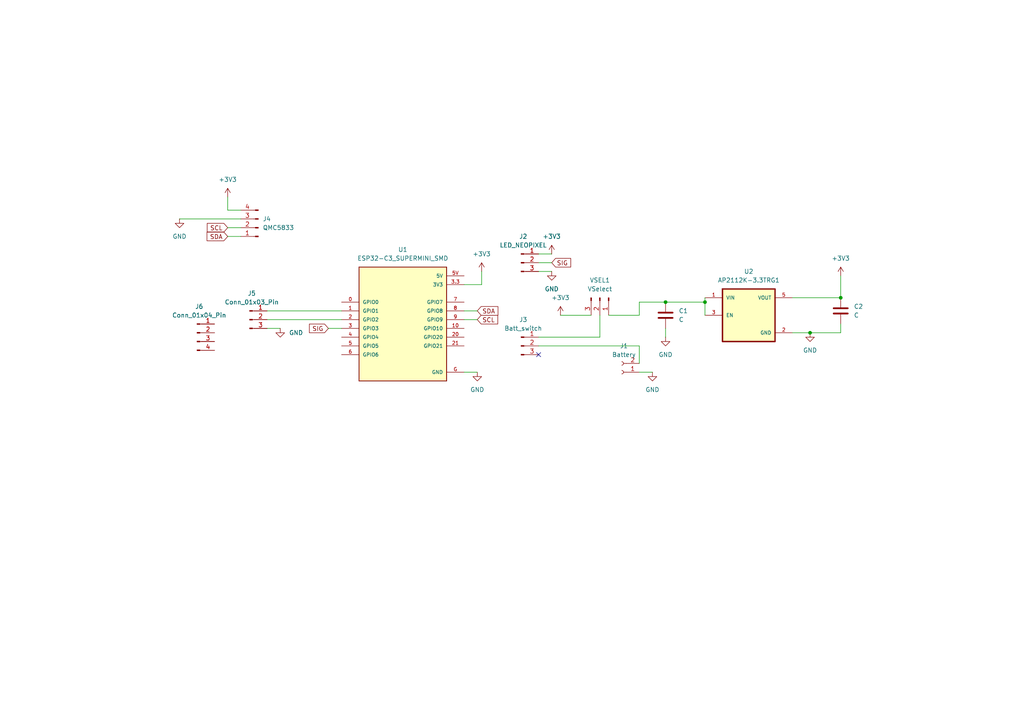
<source format=kicad_sch>
(kicad_sch (version 20250114) (generator "eeschema") (generator_version "9.0")
  (paper "A4")
  (lib_symbols
    (symbol "AP2112K-3.3TRG1:AP2112K-3.3TRG1" (pin_names (offset 1.016))
      (property "Reference" "U" (at -7.663 8.6476 0))
      (property "Value" "AP2112K-3.3TRG1" (at -7.6489 -11.6507 0))
      (symbol "AP2112K-3.3TRG1_0_0"
        (rectangle (start -7.62 -7.62) (end 7.62 7.62) (stroke (width 0.41)) (fill (type background)))
        (pin power_in line (at -12.7 5.08 0) (length 5.08) (name "VIN") (number "1"))
        (pin input line (at -12.7 0 0) (length 5.08) (name "EN") (number "3"))
        (pin power_in line (at 12.7 5.08 180) (length 5.08) (name "VOUT") (number "5"))
        (pin power_in line (at 12.7 -5.08 180) (length 5.08) (name "GND") (number "2"))
      )
    )
    (symbol "Connector:Conn_01x02_Socket" (pin_names (offset 1.016) (hide yes))
      (property "Reference" "J" (at 0 2.54 0))
      (property "Value" "Conn_01x02_Socket" (at 0 -5.08 0))
      (symbol "Conn_01x02_Socket_1_1"
        (polyline (pts (xy -1.27 0) (xy -0.508 0)) (stroke (width 0.1524)))
        (polyline (pts (xy -1.27 -2.54) (xy -0.508 -2.54)) (stroke (width 0.1524)))
        (arc (start 0 -0.508) (mid -0.5058 0) (end 0 0.508) (stroke (width 0.1524)))
        (arc (start 0 -3.048) (mid -0.5058 -2.54) (end 0 -2.032) (stroke (width 0.1524)))
        (pin passive line (at -5.08 0 0) (length 3.81) (name "Pin_1") (number "1"))
        (pin passive line (at -5.08 -2.54 0) (length 3.81) (name "Pin_2") (number "2"))
      )
    )
    (symbol "Connector:Conn_01x03_Pin" (pin_names (offset 1.016) (hide yes))
      (property "Reference" "J" (at 0 5.08 0))
      (property "Value" "Conn_01x03_Pin" (at 0 -5.08 0))
      (symbol "Conn_01x03_Pin_1_1"
        (rectangle (start 0.8636 2.667) (end 0 2.413) (stroke (width 0.1524)) (fill (type outline)))
        (rectangle (start 0.8636 0.127) (end 0 -0.127) (stroke (width 0.1524)) (fill (type outline)))
        (rectangle (start 0.8636 -2.413) (end 0 -2.667) (stroke (width 0.1524)) (fill (type outline)))
        (polyline (pts (xy 1.27 2.54) (xy 0.8636 2.54)) (stroke (width 0.1524)))
        (polyline (pts (xy 1.27 0) (xy 0.8636 0)) (stroke (width 0.1524)))
        (polyline (pts (xy 1.27 -2.54) (xy 0.8636 -2.54)) (stroke (width 0.1524)))
        (pin passive line (at 5.08 2.54 180) (length 3.81) (name "Pin_1") (number "1"))
        (pin passive line (at 5.08 0 180) (length 3.81) (name "Pin_2") (number "2"))
        (pin passive line (at 5.08 -2.54 180) (length 3.81) (name "Pin_3") (number "3"))
      )
    )
    (symbol "Connector:Conn_01x04_Pin" (pin_names (offset 1.016) (hide yes))
      (property "Reference" "J" (at 0 5.08 0))
      (property "Value" "Conn_01x04_Pin" (at 0 -7.62 0))
      (symbol "Conn_01x04_Pin_1_1"
        (rectangle (start 0.8636 2.667) (end 0 2.413) (stroke (width 0.1524)) (fill (type outline)))
        (rectangle (start 0.8636 0.127) (end 0 -0.127) (stroke (width 0.1524)) (fill (type outline)))
        (rectangle (start 0.8636 -2.413) (end 0 -2.667) (stroke (width 0.1524)) (fill (type outline)))
        (rectangle (start 0.8636 -4.953) (end 0 -5.207) (stroke (width 0.1524)) (fill (type outline)))
        (polyline (pts (xy 1.27 2.54) (xy 0.8636 2.54)) (stroke (width 0.1524)))
        (polyline (pts (xy 1.27 0) (xy 0.8636 0)) (stroke (width 0.1524)))
        (polyline (pts (xy 1.27 -2.54) (xy 0.8636 -2.54)) (stroke (width 0.1524)))
        (polyline (pts (xy 1.27 -5.08) (xy 0.8636 -5.08)) (stroke (width 0.1524)))
        (pin passive line (at 5.08 2.54 180) (length 3.81) (name "Pin_1") (number "1"))
        (pin passive line (at 5.08 0 180) (length 3.81) (name "Pin_2") (number "2"))
        (pin passive line (at 5.08 -2.54 180) (length 3.81) (name "Pin_3") (number "3"))
        (pin passive line (at 5.08 -5.08 180) (length 3.81) (name "Pin_4") (number "4"))
      )
    )
    (symbol "Device:C" (pin_numbers (hide yes)) (pin_names (offset 0.254))
      (property "Reference" "C" (at 0.635 2.54 0))
      (property "Value" "C" (at 0.635 -2.54 0))
      (symbol "C_0_1"
        (polyline (pts (xy -2.032 0.762) (xy 2.032 0.762)) (stroke (width 0.508)))
        (polyline (pts (xy -2.032 -0.762) (xy 2.032 -0.762)) (stroke (width 0.508)))
      )
      (symbol "C_1_1"
        (pin passive line (at 0 3.81 270) (length 2.794) (name "~") (number "1"))
        (pin passive line (at 0 -3.81 90) (length 2.794) (name "~") (number "2"))
      )
    )
    (symbol "ESP32-C3_SUPERMINI_SMD:ESP32-C3_SUPERMINI_SMD" (pin_names (offset 1.016))
      (property "Reference" "U" (at -12.7 16.002 0))
      (property "Value" "ESP32-C3_SUPERMINI_SMD" (at -12.7 -20.32 0))
      (symbol "ESP32-C3_SUPERMINI_SMD_0_0"
        (rectangle (start -12.7 -17.78) (end 12.7 15.24) (stroke (width 0.254)) (fill (type background)))
        (pin bidirectional line (at -17.78 5.08 0) (length 5.08) (name "GPIO0") (number "0"))
        (pin bidirectional line (at -17.78 2.54 0) (length 5.08) (name "GPIO1") (number "1"))
        (pin bidirectional line (at -17.78 0 0) (length 5.08) (name "GPIO2") (number "2"))
        (pin bidirectional line (at -17.78 -2.54 0) (length 5.08) (name "GPIO3") (number "3"))
        (pin bidirectional line (at -17.78 -5.08 0) (length 5.08) (name "GPIO4") (number "4"))
        (pin bidirectional line (at -17.78 -7.62 0) (length 5.08) (name "GPIO5") (number "5"))
        (pin bidirectional line (at -17.78 -10.16 0) (length 5.08) (name "GPIO6") (number "6"))
        (pin power_in line (at 17.78 12.7 180) (length 5.08) (name "5V") (number "5V"))
        (pin power_in line (at 17.78 10.16 180) (length 5.08) (name "3V3") (number "3.3"))
        (pin bidirectional line (at 17.78 5.08 180) (length 5.08) (name "GPIO7") (number "7"))
        (pin bidirectional line (at 17.78 2.54 180) (length 5.08) (name "GPIO8") (number "8"))
        (pin bidirectional line (at 17.78 0 180) (length 5.08) (name "GPIO9") (number "9"))
        (pin bidirectional line (at 17.78 -2.54 180) (length 5.08) (name "GPIO10") (number "10"))
        (pin bidirectional line (at 17.78 -5.08 180) (length 5.08) (name "GPIO20") (number "20"))
        (pin bidirectional line (at 17.78 -7.62 180) (length 5.08) (name "GPIO21") (number "21"))
        (pin power_in line (at 17.78 -15.24 180) (length 5.08) (name "GND") (number "G"))
      )
    )
    (symbol "power:+3V3" (power) (pin_numbers (hide yes)) (pin_names (offset 0) (hide yes))
      (property "Value" "+3V3" (at 0 3.556 0))
      (symbol "+3V3_0_1"
        (polyline (pts (xy -0.762 1.27) (xy 0 2.54)))
        (polyline (pts (xy 0 2.54) (xy 0.762 1.27)))
        (polyline (pts (xy 0 0) (xy 0 2.54)))
      )
      (symbol "+3V3_1_1"
        (pin power_in line (at 0 0 90) (length 0) (name "~") (number "1"))
      )
    )
    (symbol "power:GND" (power) (pin_numbers (hide yes)) (pin_names (offset 0) (hide yes))
      (property "Value" "GND" (at 0 -3.81 0))
      (symbol "GND_0_1"
        (polyline (pts (xy 0 0) (xy 0 -1.27) (xy 1.27 -1.27) (xy 0 -2.54) (xy -1.27 -1.27) (xy 0 -1.27)))
      )
      (symbol "GND_1_1"
        (pin power_in line (at 0 0 270) (length 0) (name "~") (number "1"))
      )
    )
  )
  (junction (at 234.95 96.52))
  (junction (at 193.04 87.63))
  (junction (at 243.84 86.36))
  (junction (at 204.47 87.63))
  (no_connect (at 156.21 102.87))
  (wire (pts (xy 243.84 80.01) (xy 243.84 86.36)))
  (wire (pts (xy 229.87 86.36) (xy 243.84 86.36)))
  (wire (pts (xy 176.53 91.44) (xy 185.42 91.44)))
  (wire (pts (xy 77.47 90.17) (xy 99.06 90.17)))
  (wire (pts (xy 139.7 82.55) (xy 139.7 78.74)))
  (wire (pts (xy 66.04 57.15) (xy 66.04 60.96)))
  (wire (pts (xy 66.04 68.58) (xy 69.85 68.58)))
  (wire (pts (xy 134.62 82.55) (xy 139.7 82.55)))
  (wire (pts (xy 156.21 97.79) (xy 173.99 97.79)))
  (wire (pts (xy 156.21 100.33) (xy 185.42 100.33)))
  (wire (pts (xy 77.47 92.71) (xy 99.06 92.71)))
  (wire (pts (xy 185.42 87.63) (xy 193.04 87.63)))
  (wire (pts (xy 185.42 107.95) (xy 189.23 107.95)))
  (wire (pts (xy 162.56 91.44) (xy 171.45 91.44)))
  (wire (pts (xy 156.21 78.74) (xy 160.02 78.74)))
  (wire (pts (xy 243.84 96.52) (xy 243.84 93.98)))
  (wire (pts (xy 204.47 87.63) (xy 204.47 91.44)))
  (wire (pts (xy 173.99 97.79) (xy 173.99 91.44)))
  (wire (pts (xy 134.62 90.17) (xy 138.43 90.17)))
  (wire (pts (xy 193.04 95.25) (xy 193.04 97.79)))
  (wire (pts (xy 66.04 60.96) (xy 69.85 60.96)))
  (wire (pts (xy 52.07 63.5) (xy 69.85 63.5)))
  (wire (pts (xy 229.87 96.52) (xy 234.95 96.52)))
  (wire (pts (xy 156.21 73.66) (xy 160.02 73.66)))
  (wire (pts (xy 77.47 95.25) (xy 81.28 95.25)))
  (wire (pts (xy 234.95 96.52) (xy 243.84 96.52)))
  (wire (pts (xy 193.04 87.63) (xy 204.47 87.63)))
  (wire (pts (xy 134.62 92.71) (xy 138.43 92.71)))
  (wire (pts (xy 185.42 91.44) (xy 185.42 87.63)))
  (wire (pts (xy 134.62 107.95) (xy 138.43 107.95)))
  (wire (pts (xy 95.25 95.25) (xy 99.06 95.25)))
  (wire (pts (xy 156.21 76.2) (xy 160.02 76.2)))
  (wire (pts (xy 66.04 66.04) (xy 69.85 66.04)))
  (wire (pts (xy 204.47 87.63) (xy 204.47 86.36)))
  (wire (pts (xy 185.42 100.33) (xy 185.42 105.41)))
  (global_label "SCL" (shape input) (at 138.43 92.71 0) (property "Intersheetrefs" "${INTERSHEET_REFS}" (effects (hide yes))))
  (global_label "SCL" (shape input) (at 66.04 66.04 180) (property "Intersheetrefs" "${INTERSHEET_REFS}" (effects (hide yes))))
  (global_label "SDA" (shape input) (at 138.43 90.17 0) (property "Intersheetrefs" "${INTERSHEET_REFS}" (effects (hide yes))))
  (global_label "SIG" (shape input) (at 95.25 95.25 180) (property "Intersheetrefs" "${INTERSHEET_REFS}" (effects (hide yes))))
  (global_label "SIG" (shape input) (at 160.02 76.2 0) (property "Intersheetrefs" "${INTERSHEET_REFS}" (effects (hide yes))))
  (global_label "SDA" (shape input) (at 66.04 68.58 180) (property "Intersheetrefs" "${INTERSHEET_REFS}" (effects (hide yes))))
  (symbol (lib_id "power:+3V3") (at 160.02 73.66 0) (unit 1)
    (property "Reference" "#PWR02" (effects (hide yes)))
    (property "Value" "+3V3" (at 160.02 68.58 0))
    (property "Description" "Power symbol creates a global label with name \"+3V3\"" (effects (hide yes)))
  )
  (symbol (lib_id "power:+3V3") (at 243.84 80.01 0) (unit 1)
    (property "Reference" "#PWR012" (effects (hide yes)))
    (property "Value" "+3V3" (at 243.84 74.93 0))
    (property "Description" "Power symbol creates a global label with name \"+3V3\"" (effects (hide yes)))
  )
  (symbol (lib_id "ESP32-C3_SUPERMINI_SMD:ESP32-C3_SUPERMINI_SMD") (at 116.84 92.71 0) (unit 1)
    (property "Reference" "U1" (at 116.84 72.39 0))
    (property "Value" "ESP32-C3_SUPERMINI_SMD" (at 116.84 74.93 0))
    (property "Footprint" "ESP32-C3_SUPERMINI_SMD:MODULE_ESP32-C3_SUPERMINI" (effects (hide yes)))
    (property "MF" "Espressif Systems" (effects (hide yes)))
    (property "MAXIMUM_PACKAGE_HEIGHT" "4.2mm" (effects (hide yes)))
    (property "Package" "None" (effects (hide yes)))
    (property "Price" "None" (effects (hide yes)))
    (property "Check_prices" "https://www.snapeda.com/parts/ESP32-C3%20SuperMini_SMD/Espressif+Systems/view-part/?ref=eda" (effects (hide yes)))
    (property "STANDARD" "Manufacturer Recommendations" (effects (hide yes)))
    (property "SnapEDA_Link" "https://www.snapeda.com/parts/ESP32-C3%20SuperMini_SMD/Espressif+Systems/view-part/?ref=snap" (effects (hide yes)))
    (property "MP" "ESP32-C3 SuperMini_SMD" (effects (hide yes)))
    (property "Description_1" "Super tiny ESP32-C3 board" (effects (hide yes)))
    (property "Availability" "Not in stock" (effects (hide yes)))
    (property "MANUFACTURER" "Espressif" (effects (hide yes)))
  )
  (symbol (lib_id "power:GND") (at 81.28 95.25 0) (unit 1)
    (property "Reference" "#PWR09" (effects (hide yes)))
    (property "Value" "GND" (at 83.82 96.5199 0) (effects (justify left)))
    (property "Description" "Power symbol creates a global label with name \"GND\" , ground" (effects (hide yes)))
  )
  (symbol (lib_id "Connector:Conn_01x03_Pin") (at 151.13 100.33 0) (unit 1)
    (property "Reference" "J3" (at 151.765 92.71 0))
    (property "Value" "Batt_switch" (at 151.765 95.25 0))
    (property "Footprint" "Connector_PinHeader_2.54mm:PinHeader_1x03_P2.54mm_Vertical" (effects (hide yes)))
    (property "Description" "Generic connector, single row, 01x03, script generated" (effects (hide yes)))
  )
  (symbol (lib_id "power:+3V3") (at 139.7 78.74 0) (unit 1)
    (property "Reference" "#PWR01" (effects (hide yes)))
    (property "Value" "+3V3" (at 139.7 73.66 0))
    (property "Description" "Power symbol creates a global label with name \"+3V3\"" (effects (hide yes)))
  )
  (symbol (lib_id "Connector:Conn_01x02_Socket") (at 180.34 107.95 180) (unit 1)
    (property "Reference" "J1" (at 180.975 100.33 0))
    (property "Value" "Battery" (at 180.975 102.87 0))
    (property "Footprint" "Connector_JST:JST_PH_B2B-PH-SM4-TB_1x02-1MP_P2.00mm_Vertical" (effects (hide yes)))
    (property "Description" "Generic connector, single row, 01x02, script generated" (effects (hide yes)))
  )
  (symbol (lib_id "power:GND") (at 234.95 96.52 0) (unit 1)
    (property "Reference" "#PWR010" (effects (hide yes)))
    (property "Value" "GND" (at 234.95 101.6 0))
    (property "Description" "Power symbol creates a global label with name \"GND\" , ground" (effects (hide yes)))
  )
  (symbol (lib_id "Connector:Conn_01x04_Pin") (at 74.93 66.04 180) (unit 1)
    (property "Reference" "J4" (at 76.2 63.4999 0) (effects (justify right)))
    (property "Value" "QMC5833" (at 76.2 66.0399 0) (effects (justify right)))
    (property "Footprint" "Connector_PinHeader_2.54mm:PinHeader_1x04_P2.54mm_Vertical" (effects (hide yes)))
    (property "Description" "Generic connector, single row, 01x04, script generated" (effects (hide yes)))
  )
  (symbol (lib_id "power:GND") (at 52.07 63.5 0) (unit 1)
    (property "Reference" "#PWR07" (effects (hide yes)))
    (property "Value" "GND" (at 52.07 68.58 0))
    (property "Description" "Power symbol creates a global label with name \"GND\" , ground" (effects (hide yes)))
  )
  (symbol (lib_id "Connector:Conn_01x03_Pin") (at 72.39 92.71 0) (unit 1)
    (property "Reference" "J5" (at 73.025 85.09 0))
    (property "Value" "Conn_01x03_Pin" (at 73.025 87.63 0))
    (property "Footprint" "Connector_JST:JST_PH_B3B-PH-SM4-TB_1x03-1MP_P2.00mm_Vertical" (effects (hide yes)))
    (property "Description" "Generic connector, single row, 01x03, script generated" (effects (hide yes)))
  )
  (symbol (lib_id "Connector:Conn_01x03_Pin") (at 151.13 76.2 0) (unit 1)
    (property "Reference" "J2" (at 151.765 68.58 0))
    (property "Value" "LED_NEOPIXEL" (at 151.765 71.12 0))
    (property "Footprint" "Connector_PinHeader_2.54mm:PinHeader_1x03_P2.54mm_Vertical" (effects (hide yes)))
    (property "Description" "Generic connector, single row, 01x03, script generated" (effects (hide yes)))
  )
  (symbol (lib_id "Connector:Conn_01x03_Pin") (at 173.99 86.36 270) (unit 1)
    (property "Reference" "VSEL1" (at 173.99 81.28 90))
    (property "Value" "VSelect" (at 173.99 83.82 90))
    (property "Footprint" "Connector_PinHeader_2.54mm:PinHeader_1x03_P2.54mm_Vertical" (effects (hide yes)))
    (property "Description" "Generic connector, single row, 01x03, script generated" (effects (hide yes)))
  )
  (symbol (lib_id "power:+3V3") (at 66.04 57.15 0) (unit 1)
    (property "Reference" "#PWR08" (effects (hide yes)))
    (property "Value" "+3V3" (at 66.04 52.07 0))
    (property "Description" "Power symbol creates a global label with name \"+3V3\"" (effects (hide yes)))
  )
  (symbol (lib_id "power:GND") (at 160.02 78.74 0) (unit 1)
    (property "Reference" "#PWR06" (effects (hide yes)))
    (property "Value" "GND" (at 160.02 83.82 0))
    (property "Description" "Power symbol creates a global label with name \"GND\" , ground" (effects (hide yes)))
  )
  (symbol (lib_id "power:GND") (at 193.04 97.79 0) (unit 1)
    (property "Reference" "#PWR011" (effects (hide yes)))
    (property "Value" "GND" (at 193.04 102.87 0))
    (property "Description" "Power symbol creates a global label with name \"GND\" , ground" (effects (hide yes)))
  )
  (symbol (lib_id "power:GND") (at 189.23 107.95 0) (unit 1)
    (property "Reference" "#PWR05" (effects (hide yes)))
    (property "Value" "GND" (at 189.23 113.03 0))
    (property "Description" "Power symbol creates a global label with name \"GND\" , ground" (effects (hide yes)))
  )
  (symbol (lib_id "Device:C") (at 243.84 90.17 0) (unit 1)
    (property "Reference" "C2" (at 247.65 88.8999 0) (effects (justify left)))
    (property "Value" "C" (at 247.65 91.4399 0) (effects (justify left)))
    (property "Footprint" "Capacitor_SMD:C_0603_1608Metric" (effects (hide yes)))
    (property "Description" "Unpolarized capacitor" (effects (hide yes)))
  )
  (symbol (lib_id "Device:C") (at 193.04 91.44 0) (unit 1)
    (property "Reference" "C1" (at 196.85 90.1699 0) (effects (justify left)))
    (property "Value" "C" (at 196.85 92.7099 0) (effects (justify left)))
    (property "Footprint" "Capacitor_SMD:C_0603_1608Metric" (effects (hide yes)))
    (property "Description" "Unpolarized capacitor" (effects (hide yes)))
  )
  (symbol (lib_id "power:GND") (at 138.43 107.95 0) (unit 1)
    (property "Reference" "#PWR04" (effects (hide yes)))
    (property "Value" "GND" (at 138.43 113.03 0))
    (property "Description" "Power symbol creates a global label with name \"GND\" , ground" (effects (hide yes)))
  )
  (symbol (lib_id "power:+3V3") (at 162.56 91.44 0) (unit 1)
    (property "Reference" "#PWR03" (effects (hide yes)))
    (property "Value" "+3V3" (at 162.56 86.36 0))
    (property "Description" "Power symbol creates a global label with name \"+3V3\"" (effects (hide yes)))
  )
  (symbol (lib_id "Connector:Conn_01x04_Pin") (at 57.15 96.52 0) (unit 1)
    (property "Reference" "J6" (at 57.785 88.9 0))
    (property "Value" "Conn_01x04_Pin" (at 57.785 91.44 0))
    (property "Description" "Generic connector, single row, 01x04, script generated" (effects (hide yes)))
  )
  (symbol (lib_id "AP2112K-3.3TRG1:AP2112K-3.3TRG1") (at 217.17 91.44 0) (unit 1)
    (property "Reference" "U2" (at 217.17 78.74 0))
    (property "Value" "AP2112K-3.3TRG1" (at 217.17 81.28 0))
    (property "Footprint" "AP2112K-3.3TRG1:SOT95P285X140-5N" (effects (hide yes)))
    (property "MF" "Diodes Inc." (effects (hide yes)))
    (property "Description_1" "Voltage Regulators, LDO, 600mA CMOS LDO 50mA 3.3V 250mV | Diodes Inc AP2112K-3.3TRG1" (effects (hide yes)))
    (property "Package" "SOT-753 Diodes Inc." (effects (hide yes)))
    (property "Price" "None" (effects (hide yes)))
    (property "Check_prices" "https://www.snapeda.com/parts/AP2112K-3.3TRG1/Diodes+Inc./view-part/?ref=eda" (effects (hide yes)))
    (property "PARTREV" "2-2" (effects (hide yes)))
    (property "SnapEDA_Link" "https://www.snapeda.com/parts/AP2112K-3.3TRG1/Diodes+Inc./view-part/?ref=snap" (effects (hide yes)))
    (property "MP" "AP2112K-3.3TRG1" (effects (hide yes)))
    (property "Availability" "In Stock" (effects (hide yes)))
    (property "MANUFACTURER" "Diodes Inc." (effects (hide yes)))
  )
)
</source>
